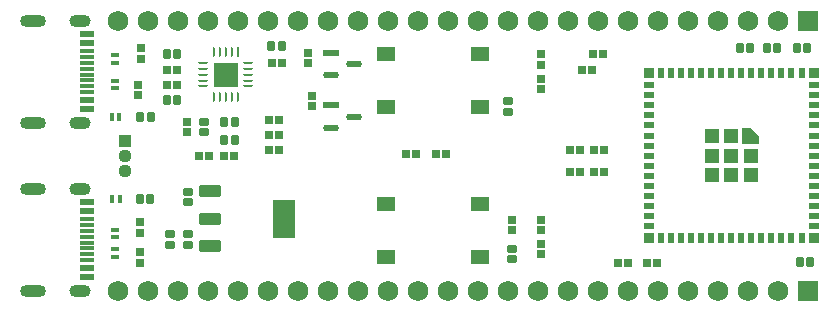
<source format=gts>
G04*
G04 #@! TF.GenerationSoftware,Altium Limited,Altium Designer,24.9.1 (31)*
G04*
G04 Layer_Color=8388736*
%FSLAX25Y25*%
%MOIN*%
G70*
G04*
G04 #@! TF.SameCoordinates,0C4B9269-15E2-45E3-B218-B4FFBFC8B41E*
G04*
G04*
G04 #@! TF.FilePolarity,Negative*
G04*
G01*
G75*
%ADD22R,0.06102X0.05118*%
G04:AMPARAMS|DCode=23|XSize=53.43mil|YSize=22.53mil|CornerRadius=11.26mil|HoleSize=0mil|Usage=FLASHONLY|Rotation=0.000|XOffset=0mil|YOffset=0mil|HoleType=Round|Shape=RoundedRectangle|*
%AMROUNDEDRECTD23*
21,1,0.05343,0.00000,0,0,0.0*
21,1,0.03091,0.02253,0,0,0.0*
1,1,0.02253,0.01545,0.00000*
1,1,0.02253,-0.01545,0.00000*
1,1,0.02253,-0.01545,0.00000*
1,1,0.02253,0.01545,0.00000*
%
%ADD23ROUNDEDRECTD23*%
%ADD24R,0.05343X0.02253*%
%ADD25R,0.04528X0.02362*%
%ADD26R,0.04528X0.01181*%
%ADD27R,0.00955X0.03306*%
G04:AMPARAMS|DCode=28|XSize=33.06mil|YSize=9.55mil|CornerRadius=4.77mil|HoleSize=0mil|Usage=FLASHONLY|Rotation=270.000|XOffset=0mil|YOffset=0mil|HoleType=Round|Shape=RoundedRectangle|*
%AMROUNDEDRECTD28*
21,1,0.03306,0.00000,0,0,270.0*
21,1,0.02351,0.00955,0,0,270.0*
1,1,0.00955,0.00000,-0.01176*
1,1,0.00955,0.00000,0.01176*
1,1,0.00955,0.00000,0.01176*
1,1,0.00955,0.00000,-0.01176*
%
%ADD28ROUNDEDRECTD28*%
G04:AMPARAMS|DCode=29|XSize=9.55mil|YSize=33.06mil|CornerRadius=4.77mil|HoleSize=0mil|Usage=FLASHONLY|Rotation=270.000|XOffset=0mil|YOffset=0mil|HoleType=Round|Shape=RoundedRectangle|*
%AMROUNDEDRECTD29*
21,1,0.00955,0.02351,0,0,270.0*
21,1,0.00000,0.03306,0,0,270.0*
1,1,0.00955,-0.01176,0.00000*
1,1,0.00955,-0.01176,0.00000*
1,1,0.00955,0.01176,0.00000*
1,1,0.00955,0.01176,0.00000*
%
%ADD29ROUNDEDRECTD29*%
%ADD40R,0.05124X0.05124*%
%ADD41R,0.03550X0.01975*%
%ADD42R,0.01975X0.03550*%
%ADD43R,0.03550X0.03550*%
%ADD44R,0.08071X0.08071*%
%ADD45R,0.02526X0.02762*%
%ADD46R,0.02762X0.02526*%
G04:AMPARAMS|DCode=47|XSize=27.23mil|YSize=28.02mil|CornerRadius=3.74mil|HoleSize=0mil|Usage=FLASHONLY|Rotation=180.000|XOffset=0mil|YOffset=0mil|HoleType=Round|Shape=RoundedRectangle|*
%AMROUNDEDRECTD47*
21,1,0.02723,0.02053,0,0,180.0*
21,1,0.01974,0.02802,0,0,180.0*
1,1,0.00748,-0.00987,0.01027*
1,1,0.00748,0.00987,0.01027*
1,1,0.00748,0.00987,-0.01027*
1,1,0.00748,-0.00987,-0.01027*
%
%ADD47ROUNDEDRECTD47*%
G04:AMPARAMS|DCode=48|XSize=27.23mil|YSize=28.02mil|CornerRadius=3.74mil|HoleSize=0mil|Usage=FLASHONLY|Rotation=90.000|XOffset=0mil|YOffset=0mil|HoleType=Round|Shape=RoundedRectangle|*
%AMROUNDEDRECTD48*
21,1,0.02723,0.02053,0,0,90.0*
21,1,0.01974,0.02802,0,0,90.0*
1,1,0.00748,0.01027,0.00987*
1,1,0.00748,0.01027,-0.00987*
1,1,0.00748,-0.01027,-0.00987*
1,1,0.00748,-0.01027,0.00987*
%
%ADD48ROUNDEDRECTD48*%
G04:AMPARAMS|DCode=49|XSize=29.2mil|YSize=32.35mil|CornerRadius=5.15mil|HoleSize=0mil|Usage=FLASHONLY|Rotation=180.000|XOffset=0mil|YOffset=0mil|HoleType=Round|Shape=RoundedRectangle|*
%AMROUNDEDRECTD49*
21,1,0.02920,0.02205,0,0,180.0*
21,1,0.01890,0.03235,0,0,180.0*
1,1,0.01030,-0.00945,0.01102*
1,1,0.01030,0.00945,0.01102*
1,1,0.01030,0.00945,-0.01102*
1,1,0.01030,-0.00945,-0.01102*
%
%ADD49ROUNDEDRECTD49*%
G04:AMPARAMS|DCode=50|XSize=29.2mil|YSize=32.35mil|CornerRadius=5.15mil|HoleSize=0mil|Usage=FLASHONLY|Rotation=90.000|XOffset=0mil|YOffset=0mil|HoleType=Round|Shape=RoundedRectangle|*
%AMROUNDEDRECTD50*
21,1,0.02920,0.02205,0,0,90.0*
21,1,0.01890,0.03235,0,0,90.0*
1,1,0.01030,0.01102,0.00945*
1,1,0.01030,0.01102,-0.00945*
1,1,0.01030,-0.01102,-0.00945*
1,1,0.01030,-0.01102,0.00945*
%
%ADD50ROUNDEDRECTD50*%
G04:AMPARAMS|DCode=51|XSize=129.98mil|YSize=72.9mil|CornerRadius=4.07mil|HoleSize=0mil|Usage=FLASHONLY|Rotation=90.000|XOffset=0mil|YOffset=0mil|HoleType=Round|Shape=RoundedRectangle|*
%AMROUNDEDRECTD51*
21,1,0.12998,0.06476,0,0,90.0*
21,1,0.12185,0.07290,0,0,90.0*
1,1,0.00813,0.03238,0.06093*
1,1,0.00813,0.03238,-0.06093*
1,1,0.00813,-0.03238,-0.06093*
1,1,0.00813,-0.03238,0.06093*
%
%ADD51ROUNDEDRECTD51*%
G04:AMPARAMS|DCode=52|XSize=39.43mil|YSize=72.9mil|CornerRadius=3.95mil|HoleSize=0mil|Usage=FLASHONLY|Rotation=90.000|XOffset=0mil|YOffset=0mil|HoleType=Round|Shape=RoundedRectangle|*
%AMROUNDEDRECTD52*
21,1,0.03943,0.06500,0,0,90.0*
21,1,0.03154,0.07290,0,0,90.0*
1,1,0.00790,0.03250,0.01577*
1,1,0.00790,0.03250,-0.01577*
1,1,0.00790,-0.03250,-0.01577*
1,1,0.00790,-0.03250,0.01577*
%
%ADD52ROUNDEDRECTD52*%
%ADD53R,0.01778X0.02959*%
%ADD54R,0.02959X0.01778*%
G04:AMPARAMS|DCode=55|XSize=39.37mil|YSize=86.61mil|CornerRadius=19.68mil|HoleSize=0mil|Usage=FLASHONLY|Rotation=270.000|XOffset=0mil|YOffset=0mil|HoleType=Round|Shape=RoundedRectangle|*
%AMROUNDEDRECTD55*
21,1,0.03937,0.04724,0,0,270.0*
21,1,0.00000,0.08661,0,0,270.0*
1,1,0.03937,-0.02362,0.00000*
1,1,0.03937,-0.02362,0.00000*
1,1,0.03937,0.02362,0.00000*
1,1,0.03937,0.02362,0.00000*
%
%ADD55ROUNDEDRECTD55*%
G04:AMPARAMS|DCode=56|XSize=39.37mil|YSize=70.87mil|CornerRadius=19.68mil|HoleSize=0mil|Usage=FLASHONLY|Rotation=270.000|XOffset=0mil|YOffset=0mil|HoleType=Round|Shape=RoundedRectangle|*
%AMROUNDEDRECTD56*
21,1,0.03937,0.03150,0,0,270.0*
21,1,0.00000,0.07087,0,0,270.0*
1,1,0.03937,-0.01575,0.00000*
1,1,0.03937,-0.01575,0.00000*
1,1,0.03937,0.01575,0.00000*
1,1,0.03937,0.01575,0.00000*
%
%ADD56ROUNDEDRECTD56*%
%ADD57R,0.06800X0.06800*%
%ADD58C,0.06800*%
%ADD59R,0.04400X0.04400*%
%ADD60C,0.04400*%
G36*
X243244Y53740D02*
Y59252D01*
X246197D01*
X248756Y56693D01*
Y53740D01*
X243244D01*
D02*
G37*
D22*
X124350Y83858D02*
D03*
X155650D02*
D03*
X124350Y66142D02*
D03*
X155650D02*
D03*
X124350Y33858D02*
D03*
X155650D02*
D03*
X124350Y16142D02*
D03*
X155650D02*
D03*
D23*
X113742Y63000D02*
D03*
X106258Y59260D02*
D03*
X113642Y80600D02*
D03*
X106158Y76860D02*
D03*
D24*
X106258Y66740D02*
D03*
X106158Y84340D02*
D03*
D25*
X24764Y65394D02*
D03*
Y90591D02*
D03*
Y87441D02*
D03*
Y68543D02*
D03*
Y9409D02*
D03*
Y34606D02*
D03*
Y31457D02*
D03*
Y12559D02*
D03*
D26*
Y71102D02*
D03*
Y73071D02*
D03*
Y75039D02*
D03*
Y77008D02*
D03*
Y78976D02*
D03*
Y80945D02*
D03*
Y82913D02*
D03*
Y84882D02*
D03*
Y15118D02*
D03*
Y17087D02*
D03*
Y19055D02*
D03*
Y21024D02*
D03*
Y22992D02*
D03*
Y24961D02*
D03*
Y26929D02*
D03*
Y28898D02*
D03*
D27*
X74937Y84541D02*
D03*
D28*
X72969D02*
D03*
X71000D02*
D03*
X69032D02*
D03*
X67063D02*
D03*
Y69459D02*
D03*
X69032D02*
D03*
X71000D02*
D03*
X72969D02*
D03*
X74937D02*
D03*
D29*
X63459Y80937D02*
D03*
Y78969D02*
D03*
Y77000D02*
D03*
Y75032D02*
D03*
Y73063D02*
D03*
X78541D02*
D03*
Y75032D02*
D03*
Y77000D02*
D03*
Y78969D02*
D03*
Y80937D02*
D03*
D40*
X246000Y50000D02*
D03*
Y43504D02*
D03*
X239504D02*
D03*
X233008D02*
D03*
Y50000D02*
D03*
Y56496D02*
D03*
X239504D02*
D03*
Y50000D02*
D03*
D41*
X267063Y73425D02*
D03*
Y70079D02*
D03*
Y66732D02*
D03*
Y63386D02*
D03*
Y60039D02*
D03*
Y56693D02*
D03*
Y53347D02*
D03*
Y50000D02*
D03*
Y46654D02*
D03*
Y43307D02*
D03*
Y39961D02*
D03*
Y36614D02*
D03*
Y33268D02*
D03*
Y29921D02*
D03*
Y26575D02*
D03*
X211945D02*
D03*
Y29921D02*
D03*
Y33268D02*
D03*
Y36614D02*
D03*
Y39961D02*
D03*
Y43307D02*
D03*
Y46654D02*
D03*
Y50000D02*
D03*
Y53347D02*
D03*
Y56693D02*
D03*
Y60039D02*
D03*
Y63386D02*
D03*
Y66732D02*
D03*
Y70079D02*
D03*
Y73425D02*
D03*
D42*
X262929Y22441D02*
D03*
X259583D02*
D03*
X256236D02*
D03*
X252890D02*
D03*
X249543D02*
D03*
X246197D02*
D03*
X242850D02*
D03*
X239504D02*
D03*
X236157D02*
D03*
X232811D02*
D03*
X229465D02*
D03*
X226118D02*
D03*
X222772D02*
D03*
X219425D02*
D03*
X216079D02*
D03*
Y77559D02*
D03*
X219425D02*
D03*
X222772D02*
D03*
X226118D02*
D03*
X229465D02*
D03*
X232811D02*
D03*
X236157D02*
D03*
X239504D02*
D03*
X242850D02*
D03*
X246197D02*
D03*
X249543D02*
D03*
X252890D02*
D03*
X256236D02*
D03*
X259583D02*
D03*
X262929D02*
D03*
D43*
X211945Y22441D02*
D03*
X267063D02*
D03*
X211945Y77559D02*
D03*
X267063D02*
D03*
D44*
X71000Y77000D02*
D03*
D45*
X62099Y49800D02*
D03*
X65501D02*
D03*
X73801D02*
D03*
X70399D02*
D03*
X89663Y80972D02*
D03*
X86261D02*
D03*
X196701Y84000D02*
D03*
X193299D02*
D03*
X51299Y73500D02*
D03*
X54701D02*
D03*
X51299Y78500D02*
D03*
X54701D02*
D03*
X189799D02*
D03*
X193201D02*
D03*
X211499Y14200D02*
D03*
X214901D02*
D03*
X201799Y14300D02*
D03*
X205201D02*
D03*
X85299Y52000D02*
D03*
X88701D02*
D03*
X85299Y62000D02*
D03*
X88701D02*
D03*
Y57000D02*
D03*
X85299D02*
D03*
X193799Y52000D02*
D03*
X197201D02*
D03*
X193799Y44500D02*
D03*
X197201D02*
D03*
X189201Y52000D02*
D03*
X185799D02*
D03*
X189201Y44500D02*
D03*
X185799D02*
D03*
X134416Y50400D02*
D03*
X131015D02*
D03*
D46*
X166550Y25049D02*
D03*
Y28451D02*
D03*
X58100Y57899D02*
D03*
Y61301D02*
D03*
X176000Y80299D02*
D03*
Y83701D02*
D03*
Y20501D02*
D03*
Y17099D02*
D03*
X41800Y70199D02*
D03*
Y73601D02*
D03*
X42800Y85701D02*
D03*
Y82299D02*
D03*
X99600Y70001D02*
D03*
Y66599D02*
D03*
X42500Y14299D02*
D03*
Y17701D02*
D03*
Y27701D02*
D03*
Y24299D02*
D03*
X98365Y80935D02*
D03*
Y84336D02*
D03*
D47*
X144449Y50400D02*
D03*
X141182D02*
D03*
D48*
X176000Y75634D02*
D03*
Y72366D02*
D03*
Y28434D02*
D03*
Y25166D02*
D03*
D49*
X251280Y85917D02*
D03*
X254745D02*
D03*
X245732Y86000D02*
D03*
X242268D02*
D03*
X70568Y61100D02*
D03*
X74032D02*
D03*
X70568Y55300D02*
D03*
X74032D02*
D03*
X54732Y68500D02*
D03*
X51268D02*
D03*
X86230Y86472D02*
D03*
X89694D02*
D03*
X42500Y63000D02*
D03*
X45965D02*
D03*
X42268Y35700D02*
D03*
X45732D02*
D03*
X261268Y86000D02*
D03*
X264732D02*
D03*
X265832Y14500D02*
D03*
X262368D02*
D03*
X54732Y84000D02*
D03*
X51268D02*
D03*
D50*
X63600Y61332D02*
D03*
Y57868D02*
D03*
X166300Y18832D02*
D03*
Y15368D02*
D03*
X165200Y64668D02*
D03*
Y68132D02*
D03*
X58566Y37900D02*
D03*
Y34435D02*
D03*
X58500Y20268D02*
D03*
Y23732D02*
D03*
X52500Y20268D02*
D03*
Y23732D02*
D03*
D51*
X90303Y29000D02*
D03*
D52*
X65697Y19945D02*
D03*
Y29000D02*
D03*
Y38055D02*
D03*
D53*
X32953Y62900D02*
D03*
X35512D02*
D03*
X33161Y35700D02*
D03*
X35720D02*
D03*
D54*
X34050Y83466D02*
D03*
Y80907D02*
D03*
X34184Y72430D02*
D03*
Y74989D02*
D03*
X34000Y25280D02*
D03*
Y22720D02*
D03*
Y16220D02*
D03*
Y18779D02*
D03*
D55*
X6752Y95000D02*
D03*
Y60984D02*
D03*
Y39016D02*
D03*
Y5000D02*
D03*
D56*
X22500Y95000D02*
D03*
Y60984D02*
D03*
Y39016D02*
D03*
Y5000D02*
D03*
D57*
X265000Y95000D02*
D03*
Y5000D02*
D03*
D58*
X255000Y95000D02*
D03*
X245000D02*
D03*
X235000D02*
D03*
X225000D02*
D03*
X215000D02*
D03*
X205000D02*
D03*
X195000D02*
D03*
X185000D02*
D03*
X175000D02*
D03*
X165000D02*
D03*
X155000D02*
D03*
X145000D02*
D03*
X135000D02*
D03*
X125000D02*
D03*
X115000D02*
D03*
X105000D02*
D03*
X95000D02*
D03*
X85000D02*
D03*
X75000D02*
D03*
X65000D02*
D03*
X55000D02*
D03*
X45000D02*
D03*
X35000D02*
D03*
X255000Y5000D02*
D03*
X245000D02*
D03*
X235000D02*
D03*
X225000D02*
D03*
X215000D02*
D03*
X205000D02*
D03*
X195000D02*
D03*
X185000D02*
D03*
X175000D02*
D03*
X165000D02*
D03*
X155000D02*
D03*
X145000D02*
D03*
X135000D02*
D03*
X125000D02*
D03*
X115000D02*
D03*
X105000D02*
D03*
X95000D02*
D03*
X85000D02*
D03*
X75000D02*
D03*
X65000D02*
D03*
X55000D02*
D03*
X45000D02*
D03*
X35000D02*
D03*
D59*
X37500Y55000D02*
D03*
D60*
Y50000D02*
D03*
Y45000D02*
D03*
M02*

</source>
